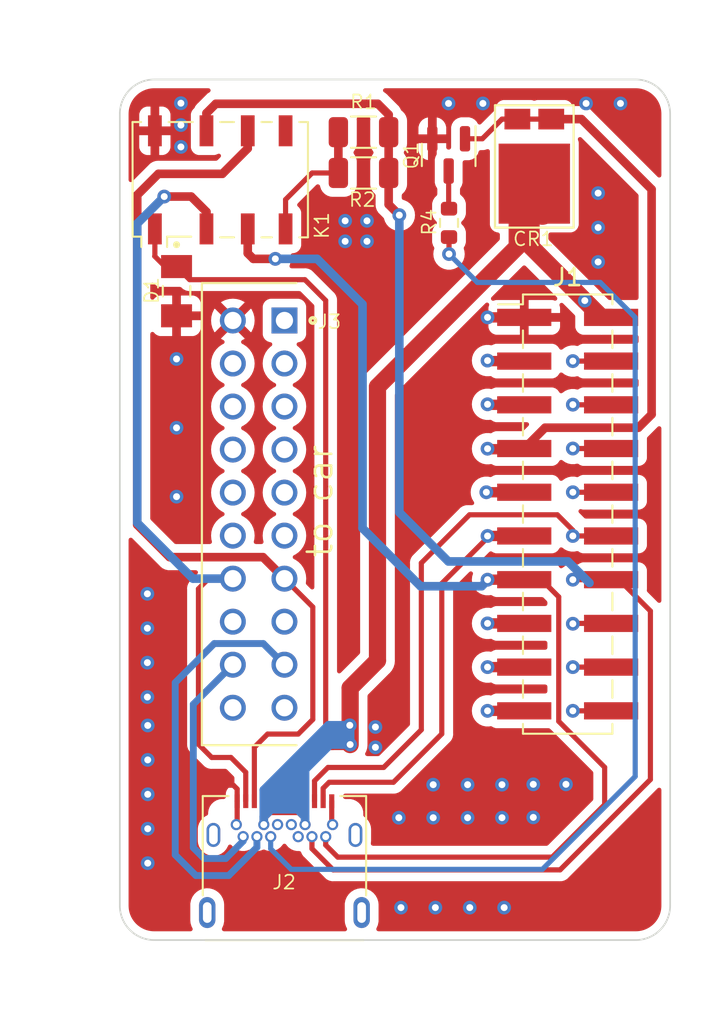
<source format=kicad_pcb>
(kicad_pcb (version 20221018) (generator pcbnew)
  (layers (0 "F.Cu" mixed) (1 "In1.Cu" mixed) (2 "In2.Cu" mixed) (31 "B.Cu" mixed) (34 "B.Paste" user) (35 "F.Paste" user) (36 "B.SilkS" user "B.Silkscreen") (37 "F.SilkS" user "F.Silkscreen") (38 "B.Mask" user) (39 "F.Mask" user) (44 "Edge.Cuts" user))
  (net 0 "")
  (net 1 "+12V")
  (net 2 "IGN")
  (net 3 "SBU1")
  (net 4 "GND")
  (net 5 "2")
  (net 6 "3")
  (net 7 "4")
  (net 8 "5")
  (net 9 "CAN1_L")
  (net 10 "CAN2_L")
  (net 11 "8")
  (net 12 "CAN3_L")
  (net 13 "10")
  (net 14 "12")
  (net 15 "13")
  (net 16 "15")
  (net 17 "CAN1_H")
  (net 18 "CAN2_H")
  (net 19 "18")
  (net 20 "CAN3_H")
  (net 21 "20")
  (net 22 "CAN0_H")
  (net 23 "CAN0_L")
  (net 30 "SBU2")
  (net 31 "Relay_4")
  (net 32 "Relay_5")
  (net 33 "Net-(Q1-Pad3)")
  (footprint "Resistor_SMD:R_1206_3216Metric" (layer "F.Cu") (at 104.5975 91.43)
    (fp_text reference "R2" (at -0.07 1.554) (layer "F.SilkS") (effects (font (size 0.8 0.8) (thickness 0.1))))
    (fp_text value "120R")
    (fp_line (start -0.727064 -0.91) (end 0.727064 -0.91) (stroke (width 0.12)) (layer "F.SilkS"))
    (fp_line (start -0.727064 0.91) (end 0.727064 0.91) (stroke (width 0.12)) (layer "F.SilkS"))
    (pad "1" smd roundrect (at -1.4625 0) (size 1.125 1.75) (layers "F.Cu" "F.Paste" "F.Mask") (roundrect_rratio 0.2222222222) (net 31 "Relay_4"))
    (pad "2" smd roundrect (at 1.4625 0) (size 1.125 1.75) (layers "F.Cu" "F.Paste" "F.Mask") (roundrect_rratio 0.2222222222) (net 10 "CAN2_L"))
  )
  (footprint "Resistor_SMD:R_1206_3216Metric" (layer "F.Cu") (at 104.5975 89.06)
    (fp_text reference "R1" (at 0 -1.754) (layer "F.SilkS") (effects (font (size 0.8 0.8) (thickness 0.1))))
    (fp_text value "120R")
    (fp_line (start -0.727064 -0.91) (end 0.727064 -0.91) (stroke (width 0.12)) (layer "F.SilkS"))
    (fp_line (start -0.727064 0.91) (end 0.727064 0.91) (stroke (width 0.12)) (layer "F.SilkS"))
    (pad "1" smd roundrect (at -1.4625 0) (size 1.125 1.75) (layers "F.Cu" "F.Paste" "F.Mask") (roundrect_rratio 0.2222222222) (net 31 "Relay_4"))
    (pad "2" smd roundrect (at 1.4625 0) (size 1.125 1.75) (layers "F.Cu" "F.Paste" "F.Mask") (roundrect_rratio 0.2222222222) (net 10 "CAN2_L"))
  )
  (footprint "J533DreamPCB:TYPE-C-31-M-04" (layer "F.Cu") (at 100 133)
    (fp_text reference "J2" (at -0.02 -0.36 -180) (layer "F.SilkS") (effects (font (size 0.8 0.8) (thickness 0.1))))
    (fp_text value "USB_C_Receptacle")
    (fp_line (start -4.75 -5.37) (end -4.75 0.4) (stroke (width 0.12)) (layer "F.SilkS"))
    (fp_line (start -4.75 -5.37) (end -3.25 -5.37) (stroke (width 0.12)) (layer "F.SilkS"))
    (fp_line (start -4.6 3) (end 4.6 3) (stroke (width 0.12)) (layer "F.SilkS"))
    (fp_line (start 3.25 -5.37) (end 4.75 -5.37) (stroke (width 0.12)) (layer "F.SilkS"))
    (fp_line (start 4.75 -5.37) (end 4.75 0.4) (stroke (width 0.12)) (layer "F.SilkS"))
    (pad "" np_thru_hole circle (at -3.6 -4.36) (size 0.65 0.65) (drill 0.65) (layers "*.Cu" "*.Mask"))
    (pad "" np_thru_hole oval (at 3.6 -4.36) (size 0.95 0.65) (drill oval 0.95 0.65) (layers "*.Cu" "*.Mask"))
    (pad "31" thru_hole oval (at 4.49 1.4) (size 0.95 1.8) (drill oval 0.5 1.2) (layers "*.Cu" "*.Mask"))
    (pad "32" thru_hole oval (at 4.13 -3.11) (size 0.8 1.4) (drill oval 0.5 1.1) (layers "*.Cu" "*.Mask"))
    (pad "33" thru_hole oval (at -4.13 -3.11) (size 0.8 1.4) (drill oval 0.5 1.1) (layers "*.Cu" "*.Mask"))
    (pad "34" thru_hole oval (at -4.49 1.4) (size 0.95 1.8) (drill oval 0.5 1.2) (layers "*.Cu" "*.Mask"))
    (pad "A1" smd rect (at -2.75 -5.07) (size 0.3 0.8) (layers "F.Cu" "F.Paste" "F.Mask") (net 4 "GND"))
    (pad "A2" smd rect (at -2.25 -5.07) (size 0.3 0.8) (layers "F.Cu" "F.Paste" "F.Mask") (net 22 "CAN0_H"))
    (pad "A3" smd rect (at -1.75 -5.07) (size 0.3 0.8) (layers "F.Cu" "F.Paste" "F.Mask") (net 23 "CAN0_L"))
    (pad "A4" smd rect (at -1.25 -5.07) (size 0.3 0.8) (layers "F.Cu" "F.Paste" "F.Mask") (net 1 "+12V"))
    (pad "A5" smd rect (at -0.75 -5.07) (size 0.3 0.8) (layers "F.Cu" "F.Paste" "F.Mask"))
    (pad "A6" smd rect (at -0.25 -5.07) (size 0.3 0.8) (layers "F.Cu" "F.Paste" "F.Mask"))
    (pad "A7" smd rect (at 0.25 -5.07) (size 0.3 0.8) (layers "F.Cu" "F.Paste" "F.Mask"))
    (pad "A8" smd rect (at 0.75 -5.07) (size 0.3 0.8) (layers "F.Cu" "F.Paste" "F.Mask") (net 3 "SBU1"))
    (pad "A9" smd rect (at 1.25 -5.07) (size 0.3 0.8) (layers "F.Cu" "F.Paste" "F.Mask") (net 1 "+12V"))
    (pad "A10" smd rect (at 1.75 -5.07) (size 0.3 0.8) (layers "F.Cu" "F.Paste" "F.Mask") (net 9 "CAN1_L"))
    (pad "A11" smd rect (at 2.25 -5.07) (size 0.3 0.8) (layers "F.Cu" "F.Paste" "F.Mask") (net 17 "CAN1_H"))
    (pad "A12" smd rect (at 2.75 -5.07) (size 0.3 0.8) (layers "F.Cu" "F.Paste" "F.Mask") (net 4 "GND"))
    (pad "B1" thru_hole circle (at 2.8 -3.71) (size 0.65 0.65) (drill 0.4) (layers "*.Cu" "*.Mask") (net 4 "GND"))
    (pad "B2" thru_hole circle (at 2.4 -3.01) (size 0.65 0.65) (drill 0.4) (layers "*.Cu" "*.Mask") (net 18 "CAN2_H"))
    (pad "B3" thru_hole circle (at 1.6 -3.01) (size 0.65 0.65) (drill 0.4) (layers "*.Cu" "*.Mask") (net 10 "CAN2_L"))
    (pad "B4" thru_hole circle (at 1.2 -3.71) (size 0.65 0.65) (drill 0.4) (layers "*.Cu" "*.Mask") (net 1 "+12V"))
    (pad "B5" thru_hole circle (at 0.8 -3.01) (size 0.65 0.65) (drill 0.4) (layers "*.Cu" "*.Mask"))
    (pad "B6" thru_hole circle (at 0.4 -3.71) (size 0.65 0.65) (drill 0.4) (layers "*.Cu" "*.Mask"))
    (pad "B7" thru_hole circle (at -0.4 -3.71) (size 0.65 0.65) (drill 0.4) (layers "*.Cu" "*.Mask"))
    (pad "B8" thru_hole circle (at -0.8 -3.01) (size 0.65 0.65) (drill 0.4) (layers "*.Cu" "*.Mask") (net 30 "SBU2"))
    (pad "B9" thru_hole circle (at -1.2 -3.71) (size 0.65 0.65) (drill 0.4) (layers "*.Cu" "*.Mask") (net 1 "+12V"))
    (pad "B10" thru_hole circle (at -1.6 -3.01) (size 0.65 0.65) (drill 0.4) (layers "*.Cu" "*.Mask") (net 12 "CAN3_L"))
    (pad "B11" thru_hole circle (at -2.4 -3.01) (size 0.65 0.65) (drill 0.4) (layers "*.Cu" "*.Mask") (net 20 "CAN3_H"))
    (pad "B12" thru_hole circle (at -2.8 -3.71) (size 0.65 0.65) (drill 0.4) (layers "*.Cu" "*.Mask") (net 4 "GND"))
  )
  (footprint "J533DreamPCB:TE_966871-_C" (layer "F.Cu") (at 100 100 -90)
    (fp_text reference "J3" (at 0.076 -2.616) (layer "F.SilkS") (effects (font (size 0.8 0.8) (thickness 0.1))))
    (fp_text value "to car" (at 10.49 -2.07 90) (layer "F.SilkS") (effects (font (size 1.421252 1.421252))))
    (fp_line (start -2.175 4.8) (end -2.175 -0.7) (stroke (width 0.127)) (layer "F.SilkS"))
    (fp_line (start -2.175 4.8) (end 24.675 4.8) (stroke (width 0.127)) (layer "F.SilkS"))
    (fp_line (start 24.675 -0.7) (end 24.675 4.8) (stroke (width 0.127)) (layer "F.SilkS"))
    (fp_circle (center 0 -1.65) (end 0.158112 -1.65) (stroke (width 0.2)) (fill none) (layer "F.SilkS"))
    (pad "1" thru_hole rect (at 0 0 270) (size 1.508 1.508) (drill 1) (layers "*.Cu" "*.Mask") (net 1 "+12V"))
    (pad "2" thru_hole circle (at 2.5 0 270) (size 1.508 1.508) (drill 1) (layers "*.Cu" "*.Mask") (net 5 "2"))
    (pad "3" thru_hole circle (at 5 0 270) (size 1.508 1.508) (drill 1) (layers "*.Cu" "*.Mask") (net 6 "3"))
    (pad "4" thru_hole circle (at 7.5 0 270) (size 1.508 1.508) (drill 1) (layers "*.Cu" "*.Mask") (net 7 "4"))
    (pad "5" thru_hole circle (at 10 0 270) (size 1.508 1.508) (drill 1) (layers "*.Cu" "*.Mask") (net 8 "5"))
    (pad "6" thru_hole circle (at 12.5 0 270) (size 1.508 1.508) (drill 1) (layers "*.Cu" "*.Mask") (net 9 "CAN1_L"))
    (pad "7" thru_hole circle (at 15 0 270) (size 1.508 1.508) (drill 1) (layers "*.Cu" "*.Mask") (net 23 "CAN0_L"))
    (pad "8" thru_hole circle (at 17.5 0 270) (size 1.508 1.508) (drill 1) (layers "*.Cu" "*.Mask") (net 11 "8"))
    (pad "9" thru_hole circle (at 20 0 270) (size 1.508 1.508) (drill 1) (layers "*.Cu" "*.Mask") (net 12 "CAN3_L"))
    (pad "10" thru_hole circle (at 22.5 0 270) (size 1.508 1.508) (drill 1) (layers "*.Cu" "*.Mask") (net 13 "10"))
    (pad "11" thru_hole circle (at 0 3 270) (size 1.508 1.508) (drill 1) (layers "*.Cu" "*.Mask") (net 4 "GND"))
    (pad "12" thru_hole circle (at 2.5 3 270) (size 1.508 1.508) (drill 1) (layers "*.Cu" "*.Mask") (net 14 "12"))
    (pad "13" thru_hole circle (at 5 3 270) (size 1.508 1.508) (drill 1) (layers "*.Cu" "*.Mask") (net 15 "13"))
    (pad "14" thru_hole circle (at 7.5 3 270) (size 1.508 1.508) (drill 1) (layers "*.Cu" "*.Mask") (net 2 "IGN"))
    (pad "15" thru_hole circle (at 10 3 270) (size 1.508 1.508) (drill 1) (layers "*.Cu" "*.Mask") (net 16 "15"))
    (pad "16" thru_hole circle (at 12.5 3 270) (size 1.508 1.508) (drill 1) (layers "*.Cu" "*.Mask") (net 17 "CAN1_H"))
    (pad "17" thru_hole circle (at 15 3 270) (size 1.508 1.508) (drill 1) (layers "*.Cu" "*.Mask") (net 22 "CAN0_H"))
    (pad "18" thru_hole circle (at 17.5 3 270) (size 1.508 1.508) (drill 1) (layers "*.Cu" "*.Mask") (net 19 "18"))
    (pad "19" thru_hole circle (at 20 3 270) (size 1.508 1.508) (drill 1) (layers "*.Cu" "*.Mask") (net 20 "CAN3_H"))
    (pad "20" thru_hole circle (at 22.5 3 270) (size 1.508 1.508) (drill 1) (layers "*.Cu" "*.Mask") (net 21 "20"))
  )
  (footprint "J533DreamPCB:TO-277" (layer "F.Cu") (at 114.53 91.05 90)
    (fp_text reference "CR1" (at -4.216 -0.06 180) (layer "F.SilkS") (effects (font (size 0.8 0.8) (thickness 0.1))))
    (fp_text value "FSV20100V")
    (fp_line (start -3.556 -2.286) (end 3.556 -2.286) (stroke (width 0.127)) (layer "F.SilkS"))
    (fp_line (start -3.556 2.286) (end -3.556 -2.286) (stroke (width 0.127)) (layer "F.SilkS"))
    (fp_line (start 3.556 -2.286) (end 3.556 2.286) (stroke (width 0.127)) (layer "F.SilkS"))
    (fp_line (start 3.556 2.286) (end -3.556 2.286) (stroke (width 0.127)) (layer "F.SilkS"))
    (pad "1" smd rect (at 2.75 -0.985) (size 1.5 1.2) (layers "F.Cu" "F.Paste" "F.Mask") (net 2 "IGN"))
    (pad "2" smd rect (at 2.75 0.985) (size 1.5 1.2) (layers "F.Cu" "F.Paste" "F.Mask") (net 2 "IGN"))
    (pad "3" smd rect (at -1 0 180) (size 4.15 4.65) (layers "F.Cu" "F.Paste" "F.Mask") (net 1 "+12V"))
  )
  (footprint "Resistor_SMD:R_0603_1608Metric" (layer "F.Cu") (at 109.57 94.33 -90)
    (fp_text reference "R4" (at -0.042 1.152 90) (layer "F.SilkS") (effects (font (size 0.8 0.8) (thickness 0.1))))
    (fp_text value "1K")
    (fp_line (start -0.237258 -0.5225) (end 0.237258 -0.5225) (stroke (width 0.12)) (layer "F.SilkS"))
    (fp_line (start -0.237258 0.5225) (end 0.237258 0.5225) (stroke (width 0.12)) (layer "F.SilkS"))
    (pad "1" smd roundrect (at -0.825 0 270) (size 0.8 0.95) (layers "F.Cu" "F.Paste" "F.Mask") (net 33 "Net-(Q1-Pad3)"))
    (pad "2" smd roundrect (at 0.825 0 270) (size 0.8 0.95) (layers "F.Cu" "F.Paste" "F.Mask") (net 30 "SBU2"))
  )
  (footprint "Relay_SMD:Relay_DPDT_Omron_G6K-2G-Y" (layer "F.Cu") (at 96.266 91.83 90)
    (fp_text reference "K1" (at -2.658 5.91 270) (layer "F.SilkS") (effects (font (size 0.8 0.8) (thickness 0.1))))
    (fp_text value "G6K-2G-Y DC5")
    (fp_line (start -3.34 0.8) (end -3.34 0) (stroke (width 0.12)) (layer "F.SilkS"))
    (fp_line (start -3.34 3) (end -3.34 2.4) (stroke (width 0.12)) (layer "F.SilkS"))
    (fp_line (start -3.34 5.1) (end -3.34 4.6) (stroke (width 0.12)) (layer "F.SilkS"))
    (fp_line (start -3.3 -5.09) (end -3.3 -4.59) (stroke (width 0.12)) (layer "F.SilkS"))
    (fp_line (start -3.3 -5.09) (end 3.36 -5.1) (stroke (width 0.12)) (layer "F.SilkS"))
    (fp_line (start -3.3 -4.59) (end -3.9 -4.59) (stroke (width 0.12)) (layer "F.SilkS"))
    (fp_line (start -3.3 -3.09) (end -3.9 -3.09) (stroke (width 0.12)) (layer "F.SilkS"))
    (fp_line (start -3.3 -1.69) (end -3.3 -3.09) (stroke (width 0.12)) (layer "F.SilkS"))
    (fp_line (start 3.36 -5.1) (end 3.36 -4.6) (stroke (width 0.12)) (layer "F.SilkS"))
    (fp_line (start 3.36 -3) (end 3.36 -1.6) (stroke (width 0.12)) (layer "F.SilkS"))
    (fp_line (start 3.36 0) (end 3.36 0.8) (stroke (width 0.12)) (layer "F.SilkS"))
    (fp_line (start 3.36 2.4) (end 3.36 3) (stroke (width 0.12)) (layer "F.SilkS"))
    (fp_line (start 3.36 4.6) (end 3.36 5.1) (stroke (width 0.12)) (layer "F.SilkS"))
    (fp_line (start 3.36 5.1) (end -3.34 5.1) (stroke (width 0.12)) (layer "F.SilkS"))
    (pad "1" smd rect (at -2.85 -3.8 90) (size 1.8 0.8) (layers "F.Cu" "F.Paste" "F.Mask") (net 3 "SBU1"))
    (pad "2" smd rect (at -2.85 -0.8 90) (size 1.8 0.8) (layers "F.Cu" "F.Paste" "F.Mask") (net 22 "CAN0_H"))
    (pad "3" smd rect (at -2.85 1.6 90) (size 1.8 0.8) (layers "F.Cu" "F.Paste" "F.Mask") (net 18 "CAN2_H"))
    (pad "4" smd rect (at -2.85 3.8 90) (size 1.8 0.8) (layers "F.Cu" "F.Paste" "F.Mask") (net 31 "Relay_4"))
    (pad "5" smd rect (at 2.85 3.8 90) (size 1.8 0.8) (layers "F.Cu" "F.Paste" "F.Mask") (net 32 "Relay_5"))
    (pad "6" smd rect (at 2.85 1.6 90) (size 1.8 0.8) (layers "F.Cu" "F.Paste" "F.Mask") (net 23 "CAN0_L"))
    (pad "7" smd rect (at 2.85 -0.8 90) (size 1.8 0.8) (layers "F.Cu" "F.Paste" "F.Mask") (net 10 "CAN2_L"))
    (pad "8" smd rect (at 2.85 -3.8 90) (size 1.8 0.8) (layers "F.Cu" "F.Paste" "F.Mask") (net 4 "GND"))
  )
  (footprint "J533DreamPCB:DIO_BAV21W_RHG" (layer "F.Cu") (at 93.726 98.298 -90)
    (fp_text reference "D1" (at -0.038 1.446 90) (layer "F.SilkS") (effects (font (size 0.8 0.8) (thickness 0.1))))
    (fp_text value "BAV21W_RHG")
    (fp_line (start 0.3 -0.8) (end -0.3 -0.8) (stroke (width 0.127)) (layer "F.SilkS"))
    (fp_line (start 0.3 0.8) (end -0.3 0.8) (stroke (width 0.127)) (layer "F.SilkS"))
    (fp_circle (center -2.7 0) (end -2.6 0) (stroke (width 0.2)) (fill none) (layer "F.SilkS"))
    (pad "A" smd rect (at 1.43 0 270) (size 1.34 1.8) (layers "F.Cu" "F.Paste" "F.Mask") (net 4 "GND"))
    (pad "C" smd rect (at -1.43 0 270) (size 1.34 1.8) (layers "F.Cu" "F.Paste" "F.Mask") (net 3 "SBU1"))
  )
  (footprint "Connector_PinHeader_2.54mm:J533_PinHeader_2x10_P2.54mm_Vertical_SMD" (layer "F.Cu") (at 116.47 111.25)
    (fp_text reference "J1" (at 0 -13.76) (layer "F.SilkS"))
    (fp_text value "from car")
    (fp_line (start -4.04 -12.19) (end -2.6 -12.19) (stroke (width 0.12)) (layer "F.SilkS"))
    (fp_line (start -2.6 -12.76) (end -2.6 -12.19) (stroke (width 0.12)) (layer "F.SilkS"))
    (fp_line (start -2.6 -12.76) (end 2.6 -12.76) (stroke (width 0.12)) (layer "F.SilkS"))
    (fp_line (start -2.6 -10.67) (end -2.6 -9.65) (stroke (width 0.12)) (layer "F.SilkS"))
    (fp_line (start -2.6 -8.13) (end -2.6 -7.11) (stroke (width 0.12)) (layer "F.SilkS"))
    (fp_line (start -2.6 -5.59) (end -2.6 -4.57) (stroke (width 0.12)) (layer "F.SilkS"))
    (fp_line (start -2.6 -3.05) (end -2.6 -2.03) (stroke (width 0.12)) (layer "F.SilkS"))
    (fp_line (start -2.6 -0.51) (end -2.6 0.51) (stroke (width 0.12)) (layer "F.SilkS"))
    (fp_line (start -2.6 2.03) (end -2.6 3.05) (stroke (width 0.12)) (layer "F.SilkS"))
    (fp_line (start -2.6 4.57) (end -2.6 5.59) (stroke (width 0.12)) (layer "F.SilkS"))
    (fp_line (start -2.6 7.11) (end -2.6 8.13) (stroke (width 0.12)) (layer "F.SilkS"))
    (fp_line (start -2.6 9.65) (end -2.6 10.67) (stroke (width 0.12)) (layer "F.SilkS"))
    (fp_line (start -2.6 12.19) (end -2.6 12.76) (stroke (width 0.12)) (layer "F.SilkS"))
    (fp_line (start -2.6 12.76) (end 2.6 12.76) (stroke (width 0.12)) (layer "F.SilkS"))
    (fp_line (start 2.6 -12.76) (end 2.6 -12.19) (stroke (width 0.12)) (layer "F.SilkS"))
    (fp_line (start 2.6 -10.67) (end 2.6 -9.65) (stroke (width 0.12)) (layer "F.SilkS"))
    (fp_line (start 2.6 -8.13) (end 2.6 -7.11) (stroke (width 0.12)) (layer "F.SilkS"))
    (fp_line (start 2.6 -5.59) (end 2.6 -4.57) (stroke (width 0.12)) (layer "F.SilkS"))
    (fp_line (start 2.6 -3.05) (end 2.6 -2.03) (stroke (width 0.12)) (layer "F.SilkS"))
    (fp_line (start 2.6 -0.51) (end 2.6 0.51) (stroke (width 0.12)) (layer "F.SilkS"))
    (fp_line (start 2.6 2.03) (end 2.6 3.05) (stroke (width 0.12)) (layer "F.SilkS"))
    (fp_line (start 2.6 4.57) (end 2.6 5.59) (stroke (width 0.12)) (layer "F.SilkS"))
    (fp_line (start 2.6 7.11) (end 2.6 8.13) (stroke (width 0.12)) (layer "F.SilkS"))
    (fp_line (start 2.6 9.65) (end 2.6 10.67) (stroke (width 0.12)) (layer "F.SilkS"))
    (fp_line (start 2.6 12.19) (end 2.6 12.76) (stroke (width 0.12)) (layer "F.SilkS"))
    (pad "1" smd rect (at 2.525 -11.43) (size 3.15 1) (layers "F.Cu" "F.Paste" "F.Mask") (net 1 "+12V"))
    (pad "2" smd rect (at 2.525 -8.89) (size 3.15 1) (layers "F.Cu" "F.Paste" "F.Mask") (net 5 "2"))
    (pad "3" smd rect (at 2.525 -6.35) (size 3.15 1) (layers "F.Cu" "F.Paste" "F.Mask") (net 6 "3"))
    (pad "4" smd rect (at 2.525 -3.81) (size 3.15 1) (layers "F.Cu" "F.Paste" "F.Mask") (net 7 "4"))
    (pad "5" smd rect (at 2.525 -1.27) (size 3.15 1) (layers "F.Cu" "F.Paste" "F.Mask") (net 8 "5"))
    (pad "6" smd rect (at 2.525 1.27) (size 3.15 1) (layers "F.Cu" "F.Paste" "F.Mask") (net 9 "CAN1_L"))
    (pad "7" smd rect (at 2.525 3.81) (size 3.15 1) (layers "F.Cu" "F.Paste" "F.Mask") (net 10 "CAN2_L"))
    (pad "8" smd rect (at 2.525 6.35) (size 3.15 1) (layers "F.Cu" "F.Paste" "F.Mask") (net 11 "8"))
    (pad "9" smd rect (at 2.525 8.89) (size 3.15 1) (layers "F.Cu" "F.Paste" "F.Mask") (net 12 "CAN3_L"))
    (pad "10" smd rect (at 2.525 11.43) (size 3.15 1) (layers "F.Cu" "F.Paste" "F.Mask") (net 13 "10"))
    (pad "11" smd rect (at -2.525 -11.43) (size 3.15 1) (layers "F.Cu" "F.Paste" "F.Mask") (net 4 "GND"))
    (pad "12" smd rect (at -2.525 -8.89) (size 3.15 1) (layers "F.Cu" "F.Paste" "F.Mask") (net 14 "12"))
    (pad "13" smd rect (at -2.525 -6.35) (size 3.15 1) (layers "F.Cu" "F.Paste" "F.Mask") (net 15 "13"))
    (pad "14" smd rect (at -2.525 -3.81) (size 3.15 1) (layers "F.Cu" "F.Paste" "F.Mask") (net 2 "IGN"))
    (pad "15" smd rect (at -2.525 -1.27) (size 3.15 1) (layers "F.Cu" "F.Paste" "F.Mask") (net 16 "15"))
    (pad "16" smd rect (at -2.525 1.27) (size 3.15 1) (layers "F.Cu" "F.Paste" "F.Mask") (net 17 "CAN1_H"))
    (pad "17" smd rect (at -2.525 3.81) (size 3.15 1) (layers "F.Cu" "F.Paste" "F.Mask") (net 18 "CAN2_H"))
    (pad "18" smd rect (at -2.525 6.35) (size 3.15 1) (layers "F.Cu" "F.Paste" "F.Mask") (net 19 "18"))
    (pad "19" smd rect (at -2.525 8.89) (size 3.15 1) (layers "F.Cu" "F.Paste" "F.Mask") (net 20 "CAN3_H"))
    (pad "20" smd rect (at -2.525 11.43) (size 3.15 1) (layers "F.Cu" "F.Paste" "F.Mask") (net 21 "20"))
  )
  (footprint "Package_TO_SOT_SMD:SOT-23" (layer "F.Cu") (at 109.55 90.38 -90)
    (fp_text reference "Q1" (at 0.04 2.18 90) (layer "F.SilkS") (effects (font (size 0.8 0.8) (thickness 0.1))))
    (fp_text value "DDTC114ECA-7-F ")
    (fp_line (start 0 -1.56) (end -1.675 -1.56) (stroke (width 0.12)) (layer "F.SilkS"))
    (fp_line (start 0 -1.56) (end 0.65 -1.56) (stroke (width 0.12)) (layer "F.SilkS"))
    (fp_line (start 0 1.56) (end -0.65 1.56) (stroke (width 0.12)) (layer "F.SilkS"))
    (fp_line (start 0 1.56) (end 0.65 1.56) (stroke (width 0.12)) (layer "F.SilkS"))
    (pad "1" smd roundrect (at -0.9375 -0.95 270) (size 1.475 0.6) (layers "F.Cu" "F.Paste" "F.Mask") (net 2 "IGN"))
    (pad "2" smd roundrect (at -0.9375 0.95 270) (size 1.475 0.6) (layers "F.Cu" "F.Paste" "F.Mask") (net 4 "GND"))
    (pad "3" smd roundrect (at 0.9375 0 270) (size 1.475 0.6) (layers "F.Cu" "F.Paste" "F.Mask") (net 33 "Net-(Q1-Pad3)"))
  )
  (gr_poly (pts (xy 90.430458 87.898833) (xy 90.437787 87.800332) (xy 90.449918 87.702668) (xy 90.466784 87.606004) (xy 90.488317 87.510506) (xy 90.51445 87.416336) (xy 90.545113 87.323659) (xy 90.58024 87.232639) (xy 90.619762 87.14344) (xy 90.663612 87.056224) (xy 90.711721 86.971158) (xy 90.764022 86.888404) (xy 90.820447 86.808126) (xy 90.880928 86.730488) (xy 90.945396 86.655654) (xy 91.013785 86.583789) (xy 91.08565 86.5154) (xy 91.160483 86.450931) (xy 91.23812 86.390451) (xy 91.318398 86.334026) (xy 91.401152 86.281725) (xy 91.486218 86.233616) (xy 91.573433 86.189766) (xy 91.662632 86.150244) (xy 91.753653 86.115117) (xy 91.846329 86.084453) (xy 91.940499 86.05832) (xy 92.035997 86.036787) (xy 92.132661 86.01992) (xy 92.230325 86.007788) (xy 92.328826 86.000459) (xy 92.428001 85.998) (xy 120.427998 85.998004) (xy 120.527172 86.000462) (xy 120.625674 86.007791) (xy 120.723338 86.019922) (xy 120.820001 86.036789) (xy 120.9155 86.058322) (xy 121.009669 86.084455) (xy 121.102346 86.115118) (xy 121.193366 86.150245) (xy 121.282566 86.189768) (xy 121.36978 86.233618) (xy 121.454847 86.281727) (xy 121.537601 86.334028) (xy 121.617878 86.390452) (xy 121.695515 86.450933) (xy 121.770348 86.515401) (xy 121.842213 86.583789) (xy 121.910602 86.655654) (xy 121.975071 86.730487) (xy 122.035551 86.808124) (xy 122.091976 86.888401) (xy 122.144277 86.971155) (xy 122.192387 87.056222) (xy 122.236236 87.143436) (xy 122.275759 87.232636) (xy 122.310886 87.323656) (xy 122.341549 87.416333) (xy 122.367682 87.510502) (xy 122.389215 87.606001) (xy 122.406082 87.702664) (xy 122.418213 87.800328) (xy 122.425542 87.898829) (xy 122.428 87.998004) (xy 122.428 133.998) (xy 122.425542 134.097174) (xy 122.418213 134.195675) (xy 122.406082 134.293339) (xy 122.389215 134.390002) (xy 122.367682 134.485501) (xy 122.341549 134.57967) (xy 122.310886 134.672347) (xy 122.275759 134.763367) (xy 122.236236 134.852566) (xy 122.192387 134.939781) (xy 122.144277 135.024847) (xy 122.091976 135.107601) (xy 122.035551 135.187878) (xy 121.975071 135.265515) (xy 121.910602 135.340349) (xy 121.842213 135.412213) (xy 121.770349 135.480602) (xy 121.695516 135.545071) (xy 121.617879 135.605552) (xy 121.537602 135.661976) (xy 121.454848 135.714278) (xy 121.369782 135.762387) (xy 121.282567 135.806237) (xy 121.193368 135.845759) (xy 121.102348 135.880886) (xy 121.009671 135.91155) (xy 120.915502 135.937682) (xy 120.820003 135.959215) (xy 120.72334 135.976082) (xy 120.625676 135.988213) (xy 120.527174 135.995542) (xy 120.428 135.998) (xy 92.428001 135.998) (xy 92.328826 135.995542) (xy 92.230325 135.988213) (xy 92.132661 135.976082) (xy 92.035998 135.959216) (xy 91.940499 135.937682) (xy 91.84633 135.91155) (xy 91.753654 135.880886) (xy 91.662634 135.845759) (xy 91.573434 135.806237) (xy 91.48622 135.762387) (xy 91.401154 135.714278) (xy 91.3184 135.661977) (xy 91.238122 135.605552) (xy 91.160485 135.545071) (xy 91.085652 135.480603) (xy 91.013787 135.412214) (xy 90.945399 135.340349) (xy 90.88093 135.265516) (xy 90.820449 135.187879) (xy 90.764024 135.107601) (xy 90.711723 135.024847) (xy 90.663614 134.939781) (xy 90.619764 134.852566) (xy 90.580241 134.763367) (xy 90.545114 134.672347) (xy 90.514451 134.57967) (xy 90.488318 134.485501) (xy 90.466785 134.390003) (xy 90.449918 134.29334) (xy 90.437787 134.195675) (xy 90.430458 134.097174) (xy 90.428 133.998) (xy 90.428 87.998008)) (stroke (width 0.1)) (fill none) (layer "Edge.Cuts"))
  (segment (start 103.8 123.52) (end 103.82 123.54) (width 0.5) (layer "F.Cu") (net 1))
  (segment (start 101.25 129.24) (end 101.2 129.29) (width 0.3) (layer "F.Cu") (net 1))
  (segment (start 103.82 124.64) (end 103.82 121.35) (width 1) (layer "F.Cu") (net 1))
  (segment (start 103.65 124.81) (end 102.58 124.81) (width 0.3) (layer "F.Cu") (net 1))
  (segment (start 113.534933 95.725067) (end 113.534933 93.045067) (width 1) (layer "F.Cu") (net 1))
  (segment (start 102.58 124.81) (end 102.825 124.81) (width 0.3) (layer "F.Cu") (net 1))
  (segment (start 101.25 126.14) (end 102.58 124.81) (width 0.3) (layer "F.Cu") (net 1))
  (segment (start 115 93.69) (end 114.53 93.22) (width 1.5) (layer "F.Cu") (net 1))
  (segment (start 114.53 92.05) (end 114.34 92.24) (width 1) (layer "F.Cu") (net 1))
  (segment (start 114.53 93.22) (end 114.53 92.05) (width 1.5) (layer "F.Cu") (net 1))
  (segment (start 103.82 124.64) (end 103.65 124.81) (width 0.3) (layer "F.Cu") (net 1))
  (segment (start 105.41 119.76) (end 105.41 103.85) (width 1) (layer "F.Cu") (net 1))
  (segment (start 105.41 103.85) (end 113.534933 95.725067) (width 1) (layer "F.Cu") (net 1))
  (segment (start 103.8 123.52) (end 103.695 123.625) (width 0.5) (layer "F.Cu") (net 1))
  (segment (start 103.82 123.54) (end 103.82 124.64) (width 0.5) (layer "F.Cu") (net 1))
  (segment (start 101.2 129.05) (end 100.79 128.64) (width 0.2) (layer "F.Cu") (net 1))
  (segment (start 101.25 127.93) (end 101.25 126.14) (width 0.3) (layer "F.Cu") (net 1))
  (segment (start 103.82 121.35) (end 105.41 119.76) (width 1) (layer "F.Cu") (net 1))
  (segment (start 114.34 92.24) (end 114.34 95.72) (width 1) (layer "F.Cu") (net 1))
  (segment (start 99.21 128.64) (end 98.8 129.05) (width 0.2) (layer "F.Cu") (net 1))
  (segment (start 101.25 127.93) (end 101.25 129.24) (width 0.3) (layer "F.Cu") (net 1))
  (segment (start 100.79 128.64) (end 99.21 128.64) (width 0.2) (layer "F.Cu") (net 1))
  (segment (start 98.75 127.93) (end 98.75 129.24) (width 0.3) (layer "F.Cu") (net 1))
  (segment (start 114.34 95.72) (end 117.465 98.845) (width 1) (layer "F.Cu") (net 1))
  (segment (start 98.8 129.05) (end 98.8 129.29) (width 0.2) (layer "F.Cu") (net 1))
  (segment (start 113.534933 93.045067) (end 114.53 92.05) (width 1) (layer "F.Cu") (net 1))
  (segment (start 101.2 129.29) (end 101.2 129.05) (width 0.2) (layer "F.Cu") (net 1))
  (segment (start 118.44 99.82) (end 118.995 99.82) (width 1) (layer "F.Cu") (net 1))
  (segment (start 98.75 129.24) (end 98.8 129.29) (width 0.3) (layer "F.Cu") (net 1))
  (segment (start 103.695 123.625) (end 103.695 123.94) (width 0.5) (layer "F.Cu") (net 1))
  (segment (start 117.465 98.845) (end 118.44 99.82) (width 1) (layer "F.Cu") (net 1))
  (via (at 103.82 124.64) (size 0.8) (drill 0.4) (layers "F.Cu" "B.Cu") (net 1))
  (via (at 103.8 123.52) (size 0.8) (drill 0.4) (layers "F.Cu" "B.Cu") (net 1))
  (via (at 117.465 98.845) (size 0.8) (drill 0.4) (layers "F.Cu" "B.Cu") (net 1))
  (segment (start 103.8 123.52) (end 102.56 123.52) (width 0.5) (layer "B.Cu") (net 1))
  (segment (start 99.230381 128.4) (end 98.8 128.830381) (width 0.5) (layer "B.Cu") (net 1))
  (segment (start 101.2 128.830381) (end 100.769619 128.4) (width 0.5) (layer "B.Cu") (net 1))
  (segment (start 98.8 127.28) (end 98.8 129.29) (width 0.5) (layer "B.Cu") (net 1))
  (segment (start 103.8 123.52) (end 103.82 123.54) (width 0.5) (layer "B.Cu") (net 1))
  (segment (start 101.2 129.29) (end 101.2 128.830381) (width 0.5) (layer "B.Cu") (net 1))
  (segment (start 103.82 124.64) (end 102.65 124.64) (width 0.5) (layer "B.Cu") (net 1))
  (segment (start 102.56 123.52) (end 98.8 127.28) (width 0.5) (layer "B.Cu") (net 1))
  (segment (start 100.769619 128.4) (end 99.230381 128.4) (width 0.5) (layer "B.Cu") (net 1))
  (segment (start 101.2 126.09) (end 101.2 129.29) (width 0.5) (layer "B.Cu") (net 1))
  (segment (start 102.65 124.64) (end 101.2 126.09) (width 0.5) (layer "B.Cu") (net 1))
  (segment (start 98.8 128.830381) (end 98.8 129.29) (width 0.5) (layer "B.Cu") (net 1))
  (segment (start 103.82 123.54) (end 103.82 124.64) (width 0.5) (layer "B.Cu") (net 1))
  (segment (start 111.82 107.44) (end 111.81 107.45) (width 0.5) (layer "F.Cu") (net 2))
  (segment (start 121.35 105.46) (end 121.35 92.38) (width 0.5) (layer "F.Cu") (net 2))
  (segment (start 117.27 88.3) (end 115.515 88.3) (width 0.5) (layer "F.Cu") (net 2))
  (segment (start 110.5 89.4425) (end 111.5075 89.4425) (width 0.3) (layer "F.Cu") (net 2))
  (segment (start 111.86 107.48) (end 111.82 107.44) (width 0.6) (layer "F.Cu") (net 2))
  (segment (start 113.945 107.44) (end 115.155 106.23) (width 0.5) (layer "F.Cu") (net 2))
  (segment (start 115.515 88.3) (end 113.545 88.3) (width 0.3) (layer "F.Cu") (net 2))
  (segment (start 121.35 92.38) (end 117.27 88.3) (width 0.5) (layer "F.Cu") (net 2))
  (segment (start 113.905 107.48) (end 111.86 107.48) (width 0.6) (layer "F.Cu") (net 2))
  (segment (start 115.155 106.23) (end 120.58 106.23) (width 0.5) (layer "F.Cu") (net 2))
  (segment (start 120.58 106.23) (end 121.35 105.46) (width 0.5) (layer "F.Cu") (net 2))
  (segment (start 112.65 88.3) (end 113.545 88.3) (width 0.3) (layer "F.Cu") (net 2))
  (segment (start 113.945 107.44) (end 113.905 107.48) (width 0.6) (layer "F.Cu") (net 2))
  (segment (start 111.5075 89.4425) (end 112.65 88.3) (width 0.3) (layer "F.Cu") (net 2))
  (via (at 111.81 107.45) (size 0.8) (drill 0.4) (layers "F.Cu" "B.Cu") (net 2))
  (segment (start 93.058 96.868) (end 93.726 96.868) (width 0.3) (layer "F.Cu") (net 3))
  (segment (start 92.466 94.68) (end 92.466 96.256) (width 0.3) (layer "F.Cu") (net 3))
  (segment (start 94.488 97.63) (end 93.726 96.868) (width 0.3) (layer "F.Cu") (net 3))
  (segment (start 102.39952 123.77048) (end 102.39952 98.83952) (width 0.3) (layer "F.Cu") (net 3))
  (segment (start 92.456 96.266) (end 93.058 96.868) (width 0.3) (layer "F.Cu") (net 3))
  (segment (start 102.39952 98.83952) (end 101.19 97.63) (width 0.3) (layer "F.Cu") (net 3))
  (segment (start 100.75 127.93) (end 100.75 125.42) (width 0.3) (layer "F.Cu") (net 3))
  (segment (start 92.466 96.256) (end 92.456 96.266) (width 0.3) (layer "F.Cu") (net 3))
  (segment (start 101.19 97.63) (end 94.488 97.63) (width 0.3) (layer "F.Cu") (net 3))
  (segment (start 100.75 125.42) (end 102.39952 123.77048) (width 0.3) (layer "F.Cu") (net 3))
  (segment (start 102.75 129.24) (end 102.8 129.29) (width 0.3) (layer "F.Cu") (net 4))
  (segment (start 97.25 129.24) (end 97.25 127.93) (width 0.3) (layer "F.Cu") (net 4))
  (segment (start 97.2 129.29) (end 97.25 129.24) (width 0.3) (layer "F.Cu") (net 4))
  (segment (start 113.945 99.82) (end 111.81 99.82) (width 0.6) (layer "F.Cu") (net 4))
  (segment (start 97.25 127.93) (end 97.25 127.222) (width 0.3) (layer "F.Cu") (net 4))
  (segment (start 97.028 127) (end 93.048 127) (width 0.3) (layer "F.Cu") (net 4))
  (segment (start 97.25 127.222) (end 97.028 127) (width 0.3) (layer "F.Cu") (net 4))
  (segment (start 102.75 127.93) (end 102.75 129.24) (width 0.3) (layer "F.Cu") (net 4))
  (segment (start 93.048 127) (end 92.476 127.572) (width 0.3) (layer "F.Cu") (net 4))
  (via (at 92.03 121.88) (size 0.8) (drill 0.4) (layers "F.Cu" "B.Cu") (net 4))
  (via (at 110.65 126.97) (size 0.8) (drill 0.4) (layers "F.Cu" "B.Cu") (net 4))
  (via (at 119.54 87.39) (size 0.8) (drill 0.4) (layers "F.Cu" "B.Cu") (net 4))
  (via (at 92.05 127.53) (size 0.8) (drill 0.4) (layers "F.Cu" "B.Cu") (net 4))
  (via (at 93.726 110.236) (size 0.8) (drill 0.4) (layers "F.Cu" "B.Cu") (net 4))
  (via (at 118.24 94.6) (size 0.8) (drill 0.4) (layers "F.Cu" "B.Cu") (net 4))
  (via (at 118.24 96.6) (size 0.8) (drill 0.4) (layers "F.Cu" "B.Cu") (net 4))
  (via (at 106.776 134.112) (size 0.8) (drill 0.4) (layers "F.Cu" "B.Cu") (net 4))
  (via (at 109.54 87.39) (size 0.8) (drill 0.4) (layers "F.Cu" "B.Cu") (net 4))
  (via (at 112.65 128.89) (size 0.8) (drill 0.4) (layers "F.Cu" "B.Cu") (net 4))
  (via (at 112.776 134.112) (size 0.8) (drill 0.4) (layers "F.Cu" "B.Cu") (net 4))
  (via (at 114.47 126.95) (size 0.8) (drill 0.4) (layers "F.Cu" "B.Cu") (net 4))
  (via (at 118.24 92.6) (size 0.8) (drill 0.4) (layers "F.Cu" "B.Cu") (net 4))
  (via (at 108.65 126.97) (size 0.8) (drill 0.4) (layers "F.Cu" "B.Cu") (net 4))
  (via (at 108.65 128.89) (size 0.8) (drill 0.4) (layers "F.Cu" "B.Cu") (net 4))
  (via (at 104.8 94.21) (size 0.8) (drill 0.4) (layers "F.Cu" "B.Cu") (net 4))
  (via (at 111.81 99.82) (size 0.8) (drill 0.4) (layers "F.Cu" "B.Cu") (net 4))
  (via (at 93.98 88.646) (size 0.8) (drill 0.4) (layers "F.Cu" "B.Cu") (net 4))
  (via (at 116.37 126.95) (size 0.8) (drill 0.4) (layers "F.Cu" "B.Cu") (net 4))
  (via (at 103.53 94.21) (size 0.8) (drill 0.4) (layers "F.Cu" "B.Cu") (net 4))
  (via (at 112.65 126.97) (size 0.8) (drill 0.4) (layers "F.Cu" "B.Cu") (net 4))
  (via (at 93.726 102.236) (size 0.8) (drill 0.4) (layers "F.Cu" "B.Cu") (net 4))
  (via (at 92.05 131.53) (size 0.8) (drill 0.4) (layers "F.Cu" "B.Cu") (net 4))
  (via (at 92.05 123.53) (size 0.8) (drill 0.4) (layers "F.Cu" "B.Cu") (net 4))
  (via (at 93.98 87.376) (size 0.8) (drill 0.4) (layers "F.Cu" "B.Cu") (net 4))
  (via (at 117.54 87.39) (size 0.8) (drill 0.4) (layers "F.Cu" "B.Cu") (net 4))
  (via (at 104.8 95.4) (size 0.8) (drill 0.4) (layers "F.Cu" "B.Cu") (net 4))
  (via (at 114.47 128.87) (size 0.8) (drill 0.4) (layers "F.Cu" "B.Cu") (net 4))
  (via (at 106.65 128.89) (size 0.8) (drill 0.4) (layers "F.Cu" "B.Cu") (net 4))
  (via (at 92.03 117.88) (size 0.8) (drill 0.4) (layers "F.Cu" "B.Cu") (net 4))
  (via (at 93.98 89.916) (size 0.8) (drill 0.4) (layers "F.Cu" "B.Cu") (net 4))
  (via (at 108.776 134.112) (size 0.8) (drill 0.4) (layers "F.Cu" "B.Cu") (net 4))
  (via (at 110.776 134.112) (size 0.8) (drill 0.4) (layers "F.Cu" "B.Cu") (net 4))
  (via (at 105.29 124.8) (size 0.8) (drill 0.4) (layers "F.Cu" "B.Cu") (net 4))
  (via (at 92.05 125.53) (size 0.8) (drill 0.4) (layers "F.Cu" "B.Cu") (net 4))
  (via (at 93.726 106.236) (size 0.8) (drill 0.4) (layers "F.Cu" "B.Cu") (net 4))
  (via (at 92.05 129.53) (size 0.8) (drill 0.4) (layers "F.Cu" "B.Cu") (net 4))
  (via (at 111.54 87.39) (size 0.8) (drill 0.4) (layers "F.Cu" "B.Cu") (net 4))
  (via (at 92.03 115.88) (size 0.8) (drill 0.4) (layers "F.Cu" "B.Cu") (net 4))
  (via (at 105.29 123.62) (size 0.8) (drill 0.4) (layers "F.Cu" "B.Cu") (net 4))
  (via (at 110.65 128.89) (size 0.8) (drill 0.4) (layers "F.Cu" "B.Cu") (net 4))
  (via (at 92.03 119.88) (size 0.8) (drill 0.4) (layers "F.Cu" "B.Cu") (net 4))
  (via (at 103.53 95.4) (size 0.8) (drill 0.4) (layers "F.Cu" "B.Cu") (net 4))
  (segment (start 118.995 102.36) (end 116.81 102.36) (width 0.3) (layer "F.Cu") (net 5))
  (via (at 116.77 102.36) (size 0.8) (drill 0.4) (layers "F.Cu" "B.Cu") (net 5))
  (segment (start 116.81 104.9) (end 116.8 104.89) (width 0.3) (layer "F.Cu") (net 6))
  (segment (start 118.995 104.9) (end 116.81 104.9) (width 0.3) (layer "F.Cu") (net 6))
  (via (at 116.77 104.89) (size 0.8) (drill 0.4) (layers "F.Cu" "B.Cu") (net 6))
  (segment (start 118.995 107.44) (end 116.78 107.44) (width 0.3) (layer "F.Cu") (net 7))
  (via (at 116.77 107.44) (size 0.8) (drill 0.4) (layers "F.Cu" "B.Cu") (net 7))
  (segment (start 118.995 109.98) (end 116.8 109.98) (width 0.3) (layer "F.Cu") (net 8))
  (via (at 116.77 109.98) (size 0.8) (drill 0.4) (layers "F.Cu" "B.Cu") (net 8))
  (segment (start 102.53 125.97) (end 105.77 125.97) (width 0.3) (layer "F.Cu") (net 9))
  (segment (start 110.76 111.29) (end 115.87 111.29) (width 0.3) (layer "F.Cu") (net 9))
  (segment (start 101.75 127.93) (end 101.75 126.75) (width 0.3) (layer "F.Cu") (net 9))
  (segment (start 101.75 126.75) (end 102.53 125.97) (width 0.3) (layer "F.Cu") (net 9))
  (segment (start 107.96 114.09) (end 110.76 111.29) (width 0.3) (layer "F.Cu") (net 9))
  (segment (start 107.96 123.78) (end 107.96 114.09) (width 0.3) (layer "F.Cu") (net 9))
  (segment (start 105.77 125.97) (end 107.96 123.78) (width 0.3) (layer "F.Cu") (net 9))
  (segment (start 116.77 112.19) (end 116.77 112.52) (width 0.3) (layer "F.Cu") (net 9))
  (segment (start 115.87 111.29) (end 116.77 112.19) (width 0.3) (layer "F.Cu") (net 9))
  (segment (start 118.995 112.52) (end 116.8 112.52) (width 0.3) (layer "F.Cu") (net 9))
  (via (at 116.77 112.52) (size 0.8) (drill 0.4) (layers "F.Cu" "B.Cu") (net 9))
  (segment (start 121.28 126.67) (end 116.03 131.92) (width 0.3) (layer "F.Cu") (net 10))
  (segment (start 105.43 87.41) (end 96.01 87.41) (width 0.5) (layer "F.Cu") (net 10))
  (segment (start 106.06 89.06) (end 106.06 91.43) (width 0.5) (layer "F.Cu") (net 10))
  (segment (start 121.28 116.88) (end 121.28 126.67) (width 0.3) (layer "F.Cu") (net 10))
  (segment (start 106.06 88.04) (end 105.43 87.41) (width 0.5) (layer "F.Cu") (net 10))
  (segment (start 106.06 93.26) (end 106.06 91.43) (width 0.5) (layer "F.Cu") (net 10))
  (segment (start 106.06 89.06) (end 106.06 88.04) (width 0.5) (layer "F.Cu") (net 10))
  (segment (start 106.68 93.88) (end 106.06 93.26) (width 0.5) (layer "F.Cu") (net 10))
  (segment (start 96.01 87.41) (end 95.466 87.954) (width 0.5) (layer "F.Cu") (net 10))
  (segment (start 101.6 130.69) (end 101.6 129.99) (width 0.3) (layer "F.Cu") (net 10))
  (segment (start 118.995 115.06) (end 116.79 115.06) (width 0.3) (layer "F.Cu") (net 10))
  (segment (start 102.83 131.92) (end 101.6 130.69) (width 0.3) (layer "F.Cu") (net 10))
  (segment (start 119.46 115.06) (end 121.28 116.88) (width 0.3) (layer "F.Cu") (net 10))
  (segment (start 95.466 87.954) (end 95.466 88.98) (width 0.5) (layer "F.Cu") (net 10))
  (segment (start 116.03 131.92) (end 102.83 131.92) (width 0.3) (layer "F.Cu") (net 10))
  (segment (start 118.995 115.06) (end 119.46 115.06) (width 0.3) (layer "F.Cu") (net 10))
  (via (at 116.77 115.06) (size 0.8) (drill 0.4) (layers "F.Cu" "B.Cu") (net 10))
  (via (at 106.68 93.88) (size 0.8) (drill 0.4) (layers "F.Cu" "B.Cu") (net 10))
  (segment (start 116.48844 114) (end 117.73844 115.25) (width 0.5) (layer "B.Cu") (net 10))
  (segment (start 106.68 111.15) (end 109.53 114) (width 0.5) (layer "B.Cu") (net 10))
  (segment (start 106.68 93.88) (end 106.68 111.15) (width 0.5) (layer "B.Cu") (net 10))
  (segment (start 109.53 114) (end 116.48844 114) (width 0.5) (layer "B.Cu") (net 10))
  (segment (start 116.83 117.6) (end 116.81 117.62) (width 0.3) (layer "F.Cu") (net 11))
  (segment (start 118.995 117.6) (end 116.83 117.6) (width 0.3) (layer "F.Cu") (net 11))
  (via (at 116.77 117.62) (size 0.8) (drill 0.4) (layers "F.Cu" "B.Cu") (net 11))
  (segment (start 118.995 120.14) (end 116.92 120.14) (width 0.3) (layer "F.Cu") (net 12))
  (via (at 116.77 120.14) (size 0.8) (drill 0.4) (layers "F.Cu" "B.Cu") (net 12))
  (segment (start 96.75785 132.25) (end 94.85 132.25) (width 0.4) (layer "B.Cu") (net 12))
  (segment (start 94.85 132.25) (end 93.65 131.05) (width 0.4) (layer "B.Cu") (net 12))
  (segment (start 98.77 118.77) (end 100 120) (width 0.4) (layer "B.Cu") (net 12))
  (segment (start 93.65 131.05) (end 93.65 121.04) (width 0.4) (layer "B.Cu") (net 12))
  (segment (start 95.92 118.77) (end 98.77 118.77) (width 0.4) (layer "B.Cu") (net 12))
  (segment (start 93.65 121.04) (end 95.92 118.77) (width 0.4) (layer "B.Cu") (net 12))
  (segment (start 98.4 130.60785) (end 96.75785 132.25) (width 0.4) (layer "B.Cu") (net 12))
  (segment (start 98.4 129.99) (end 98.4 130.60785) (width 0.4) (layer "B.Cu") (net 12))
  (segment (start 118.995 122.68) (end 116.77 122.68) (width 0.3) (layer "F.Cu") (net 13))
  (via (at 116.77 122.68) (size 0.8) (drill 0.4) (layers "F.Cu" "B.Cu") (net 13))
  (segment (start 111.81 102.36) (end 111.78 102.33) (width 0.6) (layer "F.Cu") (net 14))
  (segment (start 113.945 102.36) (end 111.81 102.36) (width 0.6) (layer "F.Cu") (net 14))
  (via (at 111.81 102.33) (size 0.8) (drill 0.4) (layers "F.Cu" "B.Cu") (net 14))
  (segment (start 113.945 104.9) (end 111.76 104.9) (width 0.6) (layer "F.Cu") (net 15))
  (segment (start 111.76 104.9) (end 111.73 104.87) (width 0.3) (layer "F.Cu") (net 15))
  (via (at 111.81 104.87) (size 0.8) (drill 0.4) (layers "F.Cu" "B.Cu") (net 15))
  (segment (start 113.945 109.98) (end 111.74 109.98) (width 0.6) (layer "F.Cu") (net 16))
  (via (at 111.74 109.98) (size 0.8) (drill 0.4) (layers "F.Cu" "B.Cu") (net 16))
  (segment (start 109.15 115.28) (end 111.91 112.52) (width 0.3) (layer "F.Cu") (net 17))
  (segment (start 102.600978 126.83) (end 106.34 126.83) (width 0.3) (layer "F.Cu") (net 17))
  (segment (start 113.945 112.52) (end 111.91 112.52) (width 0.6) (layer "F.Cu") (net 17))
  (segment (start 106.34 126.83) (end 109.15 124.02) (width 0.3) (layer "F.Cu") (net 17))
  (segment (start 109.15 124.02) (end 109.15 115.28) (width 0.3) (layer "F.Cu") (net 17))
  (segment (start 102.25 127.93) (end 102.25 127.180978) (width 0.3) (layer "F.Cu") (net 17))
  (segment (start 102.25 127.180978) (end 102.600978 126.83) (width 0.3) (layer "F.Cu") (net 17))
  (via (at 111.81 112.52) (size 0.8) (drill 0.4) (layers "F.Cu" "B.Cu") (net 17))
  (segment (start 98.19 96.42) (end 97.866 96.096) (width 0.5) (layer "F.Cu") (net 18))
  (segment (start 115.95 116.06) (end 114.95 115.06) (width 0.3) (layer "F.Cu") (net 18))
  (segment (start 115.95 123.29) (end 115.95 116.06) (width 0.3) (layer "F.Cu") (net 18))
  (segment (start 99.47 96.42) (end 98.19 96.42) (width 0.5) (layer "F.Cu") (net 18))
  (segment (start 97.866 96.096) (end 97.866 94.68) (width 0.5) (layer "F.Cu") (net 18))
  (segment (start 103.1 131.18) (end 115.569999 131.18) (width 0.3) (layer "F.Cu") (net 18))
  (segment (start 118.62 128.129999) (end 118.62 125.96) (width 0.3) (layer "F.Cu") (net 18))
  (segment (start 113.945 115.06) (end 111.85 115.06) (width 0.6) (layer "F.Cu") (net 18))
  (segment (start 115.569999 131.18) (end 118.62 128.129999) (width 0.3) (layer "F.Cu") (net 18))
  (segment (start 102.4 129.99) (end 102.4 130.48) (width 0.3) (layer "F.Cu") (net 18))
  (segment (start 118.62 125.96) (end 115.95 123.29) (width 0.3) (layer "F.Cu") (net 18))
  (segment (start 102.4 130.48) (end 103.1 131.18) (width 0.3) (layer "F.Cu") (net 18))
  (segment (start 114.95 115.06) (end 113.945 115.06) (width 0.3) (layer "F.Cu") (net 18))
  (via (at 111.81 115.06) (size 0.8) (drill 0.4) (layers "F.Cu" "B.Cu") (net 18))
  (via (at 99.47 96.42) (size 0.8) (drill 0.4) (layers "F.Cu" "B.Cu") (net 18))
  (segment (start 104.54 112.07) (end 107.91 115.44) (width 0.5) (layer "B.Cu") (net 18))
  (segment (start 111.47 115.44) (end 111.85 115.06) (width 0.5) (layer "B.Cu") (net 18))
  (segment (start 107.91 115.44) (end 111.47 115.44) (width 0.5) (layer "B.Cu") (net 18))
  (segment (start 101.9 96.42) (end 104.54 99.06) (width 0.5) (layer "B.Cu") (net 18))
  (segment (start 99.47 96.42) (end 101.9 96.42) (width 0.5) (layer "B.Cu") (net 18))
  (segment (start 104.54 99.06) (end 104.54 112.07) (width 0.5) (layer "B.Cu") (net 18))
  (segment (start 113.945 117.6) (end 111.83 117.6) (width 0.6) (layer "F.Cu") (net 19))
  (via (at 111.81 117.6) (size 0.8) (drill 0.4) (layers "F.Cu" "B.Cu") (net 19))
  (segment (start 113.945 120.14) (end 111.81 120.14) (width 0.6) (layer "F.Cu") (net 20))
  (via (at 111.81 120.14) (size 0.8) (drill 0.4) (layers "F.Cu" "B.Cu") (net 20))
  (segment (start 97 120) (end 94.7 122.3) (width 0.4) (layer "B.Cu") (net 20))
  (segment (start 94.7 130.63) (end 95.33 131.26) (width 0.4) (layer "B.Cu") (net 20))
  (segment (start 97.6 130.25) (end 97.6 129.99) (width 0.4) (layer "B.Cu") (net 20))
  (segment (start 96.59 131.26) (end 97.6 130.25) (width 0.4) (layer "B.Cu") (net 20))
  (segment (start 94.7 122.3) (end 94.7 130.63) (width 0.4) (layer "B.Cu") (net 20))
  (segment (start 95.33 131.26) (end 96.59 131.26) (width 0.4) (layer "B.Cu") (net 20))
  (segment (start 113.945 122.68) (end 111.81 122.68) (width 0.6) (layer "F.Cu") (net 21))
  (via (at 111.81 122.68) (size 0.8) (drill 0.4) (layers "F.Cu" "B.Cu") (net 21))
  (segment (start 95 124.62) (end 95 115.59) (width 0.3) (layer "F.Cu") (net 22))
  (segment (start 97.75 126.25) (end 96.89 125.39) (width 0.3) (layer "F.Cu") (net 22))
  (segment (start 93.01 92.8) (end 94.578 92.8) (width 0.5) (layer "F.Cu") (net 22))
  (segment (start 94.578 92.8) (end 95.466 93.688) (width 0.5) (layer "F.Cu") (net 22))
  (segment (start 97.75 127.93) (end 97.75 126.25) (width 0.3) (layer "F.Cu") (net 22))
  (segment (start 95.59 115) (end 97 115) (width 0.3) (layer "F.Cu") (net 22))
  (segment (start 96.89 125.39) (end 95.77 125.39) (width 0.3) (layer "F.Cu") (net 22))
  (segment (start 95.466 93.688) (end 95.466 94.68) (width 0.5) (layer "F.Cu") (net 22))
  (segment (start 95.77 125.39) (end 95 124.62) (width 0.3) (layer "F.Cu") (net 22))
  (segment (start 95 115.59) (end 95.59 115) (width 0.3) (layer "F.Cu") (net 22))
  (via (at 93.01 92.8) (size 0.8) (drill 0.4) (layers "F.Cu" "B.Cu") (net 22))
  (segment (start 91.44 94.37) (end 91.44 111.76) (width 0.5) (layer "B.Cu") (net 22))
  (segment (start 94.68 115) (end 97 115) (width 0.5) (layer "B.Cu") (net 22))
  (segment (start 91.44 111.76) (end 94.68 115) (width 0.5) (layer "B.Cu") (net 22))
  (segment (start 93.01 92.8) (end 91.44 94.37) (width 0.5) (layer "B.Cu") (net 22))
  (segment (start 100.8 124.03) (end 101.65 123.18) (width 0.3) (layer "F.Cu") (net 23))
  (segment (start 98.25 127.93) (end 98.25 124.8) (width 0.3) (layer "F.Cu") (net 23))
  (segment (start 91.44 111.87) (end 93.32 113.75) (width 0.5) (layer "F.Cu") (net 23))
  (segment (start 99.02 124.03) (end 100.8 124.03) (width 0.3) (layer "F.Cu") (net 23))
  (segment (start 91.44 92.71) (end 91.44 111.87) (width 0.5) (layer "F.Cu") (net 23))
  (segment (start 92.67 91.48) (end 91.44 92.71) (width 0.5) (layer "F.Cu") (net 23))
  (segment (start 101.65 116.65) (end 100 115) (width 0.3) (layer "F.Cu") (net 23))
  (segment (start 97.866 88.98) (end 97.866 90.004) (width 0.5) (layer "F.Cu") (net 23))
  (segment (start 93.32 113.75) (end 98.75 113.75) (width 0.5) (layer "F.Cu") (net 23))
  (segment (start 96.39 91.48) (end 92.67 91.48) (width 0.5) (layer "F.Cu") (net 23))
  (segment (start 101.65 123.18) (end 101.65 116.65) (width 0.3) (layer "F.Cu") (net 23))
  (segment (start 97.866 90.004) (end 96.39 91.48) (width 0.5) (layer "F.Cu") (net 23))
  (segment (start 98.75 113.75) (end 100 115) (width 0.5) (layer "F.Cu") (net 23))
  (segment (start 98.25 124.8) (end 99.02 124.03) (width 0.3) (layer "F.Cu") (net 23))
  (segment (start 109.57 96.14) (end 109.57 95.155) (width 0.3) (layer "F.Cu") (net 30))
  (via (at 109.57 96.14) (size 0.8) (drill 0.4) (layers "F.Cu" "B.Cu") (net 30))
  (segment (start 114.998 131.89) (end 100.394 131.89) (width 0.3) (layer "B.Cu") (net 30))
  (segment (start 99.2 130.696) (end 99.2 129.99) (width 0.3) (layer "B.Cu") (net 30))
  (segment (start 120.396 99.822) (end 120.396 126.492) (width 0.3) (layer "B.Cu") (net 30))
  (segment (start 100.394 131.89) (end 99.2 130.696) (width 0.3) (layer "B.Cu") (net 30))
  (segment (start 120.396 126.492) (end 114.998 131.89) (width 0.3) (layer "B.Cu") (net 30))
  (segment (start 111.22 97.79) (end 118.364 97.79) (width 0.3) (layer "B.Cu") (net 30))
  (segment (start 109.57 96.14) (end 111.22 97.79) (width 0.3) (layer "B.Cu") (net 30))
  (segment (start 118.364 97.79) (end 120.396 99.822) (width 0.3) (layer "B.Cu") (net 30))
  (segment (start 100.066 92.974) (end 101.61 91.43) (width 0.3) (layer "F.Cu") (net 31))
  (segment (start 101.61 91.43) (end 103.135 91.43) (width 0.3) (layer "F.Cu") (net 31))
  (segment (start 100.066 94.68) (end 100.066 92.974) (width 0.3) (layer "F.Cu") (net 31))
  (segment (start 103.135 89.06) (end 103.135 91.43) (width 0.5) (layer "F.Cu") (net 31))
  (segment (start 109.55 93.485) (end 109.57 93.505) (width 0.3) (layer "F.Cu") (net 33))
  (segment (start 109.55 91.3175) (end 109.55 93.485) (width 0.3) (layer "F.Cu") (net 33))
  (zone (net 4) (net_name "GND") (layer "F.Cu") (connect_pads (clearance 0.508)) (min_thickness 0.254) (fill yes (thermal_gap 0.508) (thermal_bridge_width 0.508))
    (polygon (pts (xy 124.88 81.47) (xy 124.43 140.87) (xy 83.46 138.82) (xy 84.8 81.38)))
  )
  (zone (net 1) (net_name "+12V") (layer "B.Cu") (connect_pads (clearance 0.508)) (min_thickness 0.254) (fill yes (thermal_gap 0.508) (thermal_bridge_width 0.508))
    (polygon (pts (xy 103.995271 124.682643) (xy 103.115271 124.772643) (xy 102.22 125) (xy 101.21 126.24) (xy 101.17 128.46) (xy 99.48 128.39) (xy 98.82 128.61) (xy 98.87 127.21) (xy 98.85 127.22) (xy 102.57 123.43) (xy 103.9 123.45)))
  )
)
</source>
